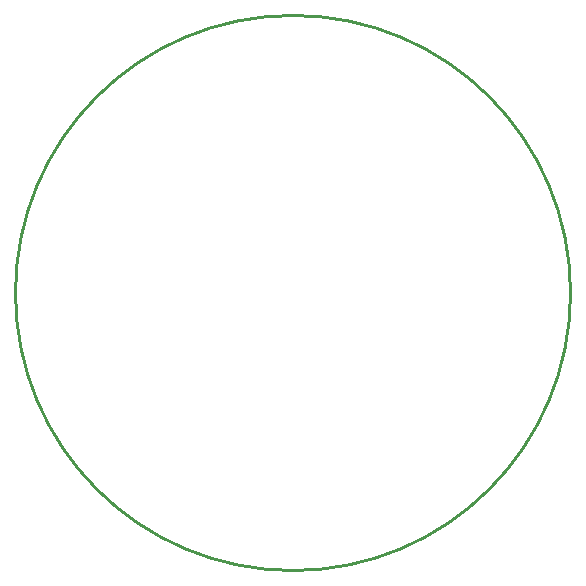
<source format=gbr>
G04 Layer_Color=16711935*
%FSLAX25Y25*%
%MOIN*%
%TF.FileFunction,Keep-out*%
%TF.Part,Single*%
G01*
G75*
%ADD11C,0.01000*%
D11*
X486221Y393701D02*
G03*
X486221Y393701I-92520J0D01*
G01*
%TF.MD5,07A2DAE4845E246D3364B4948AA4CE79*%
M02*

</source>
